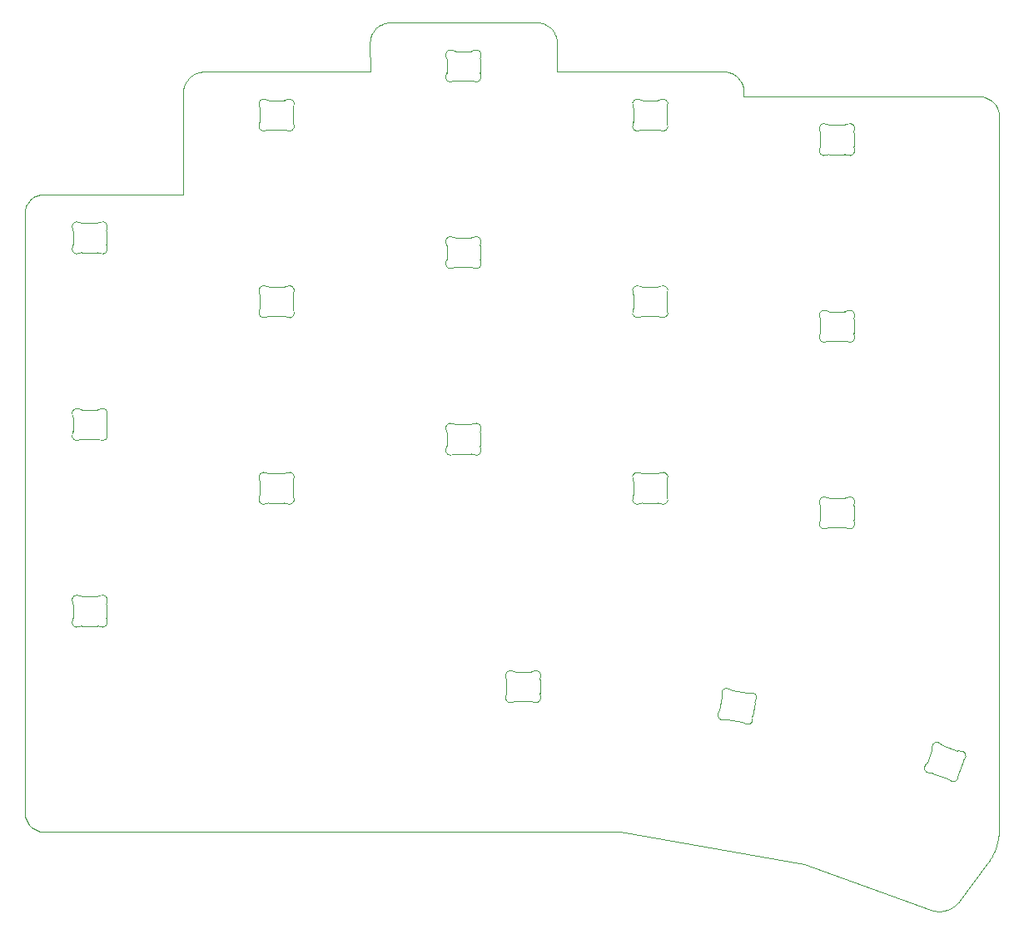
<source format=gbr>
%TF.GenerationSoftware,KiCad,Pcbnew,7.0.9*%
%TF.CreationDate,2023-12-02T05:10:56-05:00*%
%TF.ProjectId,bgkeeb,62676b65-6562-42e6-9b69-6361645f7063,rev?*%
%TF.SameCoordinates,Original*%
%TF.FileFunction,Profile,NP*%
%FSLAX46Y46*%
G04 Gerber Fmt 4.6, Leading zero omitted, Abs format (unit mm)*
G04 Created by KiCad (PCBNEW 7.0.9) date 2023-12-02 05:10:56*
%MOMM*%
%LPD*%
G01*
G04 APERTURE LIST*
%ADD10C,0.100000*%
%TA.AperFunction,Profile*%
%ADD11C,0.100000*%
%TD*%
G04 APERTURE END LIST*
D10*
X89501525Y-33087585D02*
X89503022Y-32986252D01*
X89509535Y-32885564D01*
X89520993Y-32785693D01*
X89537328Y-32686808D01*
X89570824Y-32540702D01*
X89614904Y-32397772D01*
X89669337Y-32258591D01*
X89733889Y-32123735D01*
X89808328Y-31993778D01*
X89863332Y-31910145D01*
X89922557Y-31829114D01*
X89985934Y-31750856D01*
X90053396Y-31675540D01*
X90088637Y-31639040D01*
X90088637Y-31639040D02*
X90161707Y-31568816D01*
X90237846Y-31502610D01*
X90316884Y-31440494D01*
X90398652Y-31382537D01*
X90526053Y-31303556D01*
X90658643Y-31234331D01*
X90795851Y-31175102D01*
X90937105Y-31126107D01*
X91081832Y-31087585D01*
X91179965Y-31067839D01*
X91279218Y-31052924D01*
X91379421Y-31042911D01*
X91480407Y-31037871D01*
X91531140Y-31037238D01*
D11*
X72627520Y-36035956D02*
X89531489Y-36035956D01*
X108479887Y-36035956D02*
X125494255Y-36035956D01*
D10*
X126919713Y-36634469D02*
X126988119Y-36707800D01*
X127083121Y-36823355D01*
X127168789Y-36945065D01*
X127244893Y-37072355D01*
X127311206Y-37204649D01*
X127367497Y-37341369D01*
X127413539Y-37481940D01*
X127449101Y-37625786D01*
X127473955Y-37772329D01*
X127487872Y-37920994D01*
X127490961Y-38020997D01*
X127490624Y-38071204D01*
X71112978Y-36665012D02*
X71189848Y-36591585D01*
X71269914Y-36522364D01*
X71352999Y-36457423D01*
X71438926Y-36396835D01*
X71527518Y-36340672D01*
X71618601Y-36289009D01*
X71711996Y-36241918D01*
X71807527Y-36199473D01*
X71905019Y-36161747D01*
X72004294Y-36128813D01*
X72105176Y-36100745D01*
X72207489Y-36077616D01*
X72311057Y-36059499D01*
X72415702Y-36046468D01*
X72521248Y-36038596D01*
X72627520Y-36035956D01*
X151440388Y-38537856D02*
X151545118Y-38540504D01*
X151648473Y-38548362D01*
X151750326Y-38561304D01*
X151850548Y-38579201D01*
X151949013Y-38601926D01*
X152045590Y-38629349D01*
X152232576Y-38697783D01*
X152410483Y-38783481D01*
X152578288Y-38885419D01*
X152734967Y-39002574D01*
X152879499Y-39133924D01*
X153010859Y-39278446D01*
X153128026Y-39435117D01*
X153229976Y-39602914D01*
X153315687Y-39780815D01*
X153384134Y-39967796D01*
X153411565Y-40064371D01*
X153434296Y-40162834D01*
X153452200Y-40263055D01*
X153465150Y-40364907D01*
X153473016Y-40468262D01*
X153475672Y-40572992D01*
X70489772Y-38181971D02*
X70492002Y-38075690D01*
X70499467Y-37970114D01*
X70512094Y-37865419D01*
X70529811Y-37761783D01*
X70552545Y-37659381D01*
X70580223Y-37558391D01*
X70612774Y-37458990D01*
X70650123Y-37361353D01*
X70692199Y-37265658D01*
X70738929Y-37172082D01*
X70790241Y-37080801D01*
X70846061Y-36991993D01*
X70906317Y-36905832D01*
X70970937Y-36822498D01*
X71039848Y-36742165D01*
X71112978Y-36665012D01*
X153480920Y-113059601D02*
X153479727Y-113179142D01*
X153476139Y-113298452D01*
X153470168Y-113417496D01*
X153461824Y-113536241D01*
X153451118Y-113654653D01*
X153438061Y-113772699D01*
X153422665Y-113890345D01*
X153404941Y-114007557D01*
X153384899Y-114124302D01*
X153362552Y-114240546D01*
X153337909Y-114356255D01*
X153310983Y-114471396D01*
X153281784Y-114585935D01*
X153250323Y-114699839D01*
X153216611Y-114813074D01*
X153180660Y-114925606D01*
X153142481Y-115037401D01*
X153102085Y-115148427D01*
X153059482Y-115258649D01*
X153014685Y-115368034D01*
X152967704Y-115476548D01*
X152918550Y-115584157D01*
X152867234Y-115690828D01*
X152813768Y-115796528D01*
X152758162Y-115901222D01*
X152700428Y-116004877D01*
X152640577Y-116107459D01*
X152578620Y-116208935D01*
X152514568Y-116309272D01*
X152448432Y-116408434D01*
X152380224Y-116506390D01*
X152309954Y-116603105D01*
D11*
X153475672Y-40572992D02*
X153480920Y-113059601D01*
X133697002Y-116711436D02*
X114936562Y-113401816D01*
X114936562Y-113401816D02*
X56293969Y-113401816D01*
X89531489Y-36035956D02*
X89501525Y-33087585D01*
X152309954Y-116603105D02*
X149438604Y-120472650D01*
X127490624Y-38071204D02*
X127481622Y-38537856D01*
X56283855Y-48522176D02*
X70529749Y-48537838D01*
X127481622Y-38537856D02*
X151440388Y-38537856D01*
D10*
X149438604Y-120472650D02*
X149374487Y-120555461D01*
X149307490Y-120635046D01*
X149237730Y-120711370D01*
X149165324Y-120784397D01*
X149090387Y-120854092D01*
X149013036Y-120920420D01*
X148933388Y-120983345D01*
X148851559Y-121042834D01*
X148767666Y-121098850D01*
X148681825Y-121151358D01*
X148594154Y-121200323D01*
X148504767Y-121245711D01*
X148413782Y-121287485D01*
X148321316Y-121325612D01*
X148132404Y-121390779D01*
X147938963Y-121440932D01*
X147840836Y-121460291D01*
X147741927Y-121475790D01*
X147642351Y-121487395D01*
X147542226Y-121495071D01*
X147441667Y-121498782D01*
X147340793Y-121498494D01*
X147239718Y-121494171D01*
X147138560Y-121485778D01*
X147037434Y-121473280D01*
X146936459Y-121456642D01*
X146835749Y-121435828D01*
X146735422Y-121410804D01*
X146635594Y-121381535D01*
X146536382Y-121347985D01*
X107922527Y-31639249D02*
X107992028Y-31713054D01*
X108057479Y-31789889D01*
X108118810Y-31869582D01*
X108175953Y-31951964D01*
X108228838Y-32036864D01*
X108300032Y-32168563D01*
X108361258Y-32304972D01*
X108412284Y-32445515D01*
X108452876Y-32589618D01*
X108474027Y-32687380D01*
X108490368Y-32786300D01*
X108501830Y-32886205D01*
X108508345Y-32986927D01*
X108509844Y-33088296D01*
D11*
X146536382Y-121347985D02*
X133697002Y-116711436D01*
D10*
X106479523Y-31037238D02*
X106580870Y-31039766D01*
X106681521Y-31047304D01*
X106781305Y-31059781D01*
X106880053Y-31077126D01*
X106977596Y-31099269D01*
X107121279Y-31141323D01*
X107261296Y-31193774D01*
X107397075Y-31256383D01*
X107528044Y-31328912D01*
X107612403Y-31382657D01*
X107694200Y-31440634D01*
X107773265Y-31502772D01*
X107849431Y-31569000D01*
X107922527Y-31639249D01*
X56293969Y-113401816D02*
X56100677Y-113392072D01*
X55912949Y-113363473D01*
X55731733Y-113316964D01*
X55557977Y-113253491D01*
X55392629Y-113173999D01*
X55236637Y-113079435D01*
X55090951Y-112970745D01*
X54956519Y-112848874D01*
X54834289Y-112714768D01*
X54725209Y-112569373D01*
X54630228Y-112413635D01*
X54550294Y-112248500D01*
X54486356Y-112074914D01*
X54439362Y-111893823D01*
X54410260Y-111706172D01*
X54400000Y-111512908D01*
D11*
X54400000Y-111512908D02*
X54400000Y-50408904D01*
D10*
X54400000Y-50408904D02*
X54404842Y-50268810D01*
X54419977Y-50130299D01*
X54445190Y-49993895D01*
X54480263Y-49860124D01*
X54524981Y-49729510D01*
X54579127Y-49602577D01*
X54642485Y-49479851D01*
X54714838Y-49361856D01*
X54795971Y-49249117D01*
X54885667Y-49142159D01*
X54950115Y-49074324D01*
X54950115Y-49074324D02*
X55052783Y-48978883D01*
X55161594Y-48891851D01*
X55276024Y-48813446D01*
X55395548Y-48743885D01*
X55519643Y-48683385D01*
X55647783Y-48632162D01*
X55779444Y-48590434D01*
X55914103Y-48558419D01*
X56051233Y-48536332D01*
X56190312Y-48524392D01*
X56283855Y-48522176D01*
X125494255Y-36035956D02*
X125594508Y-36038471D01*
X125743527Y-36051568D01*
X125890404Y-36075639D01*
X126034569Y-36110444D01*
X126175448Y-36155743D01*
X126312470Y-36211296D01*
X126445063Y-36276863D01*
X126572656Y-36352204D01*
X126694676Y-36437079D01*
X126810552Y-36531247D01*
X126884107Y-36599070D01*
X126919713Y-36634469D01*
D11*
X108509844Y-33088296D02*
X108479887Y-36035956D01*
X91531140Y-31037238D02*
X106479523Y-31037238D01*
X70529749Y-48537838D02*
X70489772Y-38181971D01*
%TO.C,D47*%
X81697587Y-39743647D02*
X81697587Y-41149331D01*
X80792040Y-41946488D02*
X79203135Y-41946488D01*
X79203136Y-38946489D02*
X80792040Y-38946489D01*
X78297589Y-41149331D02*
X78297589Y-39743647D01*
X81697588Y-41149331D02*
G75*
G03*
X81747073Y-41366209I499989J-2D01*
G01*
X81044299Y-42014787D02*
G75*
G03*
X81747071Y-41366209I252258J431700D01*
G01*
X81747072Y-39526769D02*
G75*
G03*
X81697587Y-39743646I450505J-216876D01*
G01*
X81747071Y-39526768D02*
G75*
G03*
X81044299Y-38878193I-450514J216876D01*
G01*
X80792040Y-38946489D02*
G75*
G03*
X81044298Y-38878190I-3J500009D01*
G01*
X81044299Y-42014788D02*
G75*
G03*
X80792041Y-41946489I-252261J-431710D01*
G01*
X78950877Y-38878190D02*
G75*
G03*
X79203136Y-38946489I252261J431712D01*
G01*
X79203135Y-41946489D02*
G75*
G03*
X78950878Y-42014788I3J-500009D01*
G01*
X78248105Y-41366210D02*
G75*
G03*
X78950877Y-42014786I450513J-216878D01*
G01*
X78248106Y-41366210D02*
G75*
G03*
X78297589Y-41149332I-450458J216862D01*
G01*
X78950877Y-38878190D02*
G75*
G03*
X78248105Y-39526770I-252259J-431700D01*
G01*
X78297579Y-39743647D02*
G75*
G03*
X78248104Y-39526769I-499391J159D01*
G01*
%TO.C,D48*%
X100697586Y-34743647D02*
X100697586Y-36149331D01*
X99792039Y-36946488D02*
X98203134Y-36946488D01*
X98203135Y-33946489D02*
X99792039Y-33946489D01*
X97297588Y-36149331D02*
X97297588Y-34743647D01*
X100697587Y-36149331D02*
G75*
G03*
X100747072Y-36366209I499989J-2D01*
G01*
X100044298Y-37014787D02*
G75*
G03*
X100747070Y-36366209I252258J431700D01*
G01*
X100747071Y-34526769D02*
G75*
G03*
X100697586Y-34743646I450505J-216876D01*
G01*
X100747070Y-34526768D02*
G75*
G03*
X100044298Y-33878193I-450514J216876D01*
G01*
X99792039Y-33946489D02*
G75*
G03*
X100044297Y-33878190I-3J500009D01*
G01*
X100044298Y-37014788D02*
G75*
G03*
X99792040Y-36946489I-252261J-431710D01*
G01*
X97950876Y-33878190D02*
G75*
G03*
X98203135Y-33946489I252261J431712D01*
G01*
X98203134Y-36946489D02*
G75*
G03*
X97950877Y-37014788I3J-500009D01*
G01*
X97248104Y-36366210D02*
G75*
G03*
X97950876Y-37014786I450513J-216878D01*
G01*
X97248105Y-36366210D02*
G75*
G03*
X97297588Y-36149332I-450458J216862D01*
G01*
X97950876Y-33878190D02*
G75*
G03*
X97248104Y-34526770I-252259J-431700D01*
G01*
X97297578Y-34743647D02*
G75*
G03*
X97248103Y-34526769I-499391J159D01*
G01*
%TO.C,D54*%
X138697584Y-42243648D02*
X138697584Y-43649332D01*
X137792037Y-44446489D02*
X136203132Y-44446489D01*
X136203133Y-41446490D02*
X137792037Y-41446490D01*
X135297586Y-43649332D02*
X135297586Y-42243648D01*
X138697585Y-43649332D02*
G75*
G03*
X138747070Y-43866210I499989J-2D01*
G01*
X138044296Y-44514788D02*
G75*
G03*
X138747068Y-43866210I252258J431700D01*
G01*
X138747069Y-42026770D02*
G75*
G03*
X138697584Y-42243647I450505J-216876D01*
G01*
X138747068Y-42026769D02*
G75*
G03*
X138044296Y-41378194I-450514J216876D01*
G01*
X137792037Y-41446490D02*
G75*
G03*
X138044295Y-41378191I-3J500009D01*
G01*
X138044296Y-44514789D02*
G75*
G03*
X137792038Y-44446490I-252261J-431710D01*
G01*
X135950874Y-41378191D02*
G75*
G03*
X136203133Y-41446490I252261J431712D01*
G01*
X136203132Y-44446490D02*
G75*
G03*
X135950875Y-44514789I3J-500009D01*
G01*
X135248102Y-43866211D02*
G75*
G03*
X135950874Y-44514787I450513J-216878D01*
G01*
X135248103Y-43866211D02*
G75*
G03*
X135297586Y-43649333I-450458J216862D01*
G01*
X135950874Y-41378191D02*
G75*
G03*
X135248102Y-42026771I-252259J-431700D01*
G01*
X135297576Y-42243648D02*
G75*
G03*
X135248101Y-42026770I-499391J159D01*
G01*
%TO.C,D55*%
X138697584Y-61243647D02*
X138697584Y-62649331D01*
X137792037Y-63446488D02*
X136203132Y-63446488D01*
X136203133Y-60446489D02*
X137792037Y-60446489D01*
X135297586Y-62649331D02*
X135297586Y-61243647D01*
X138697585Y-62649331D02*
G75*
G03*
X138747070Y-62866209I499989J-2D01*
G01*
X138044296Y-63514787D02*
G75*
G03*
X138747068Y-62866209I252258J431700D01*
G01*
X138747069Y-61026769D02*
G75*
G03*
X138697584Y-61243646I450505J-216876D01*
G01*
X138747068Y-61026768D02*
G75*
G03*
X138044296Y-60378193I-450514J216876D01*
G01*
X137792037Y-60446489D02*
G75*
G03*
X138044295Y-60378190I-3J500009D01*
G01*
X138044296Y-63514788D02*
G75*
G03*
X137792038Y-63446489I-252261J-431710D01*
G01*
X135950874Y-60378190D02*
G75*
G03*
X136203133Y-60446489I252261J431712D01*
G01*
X136203132Y-63446489D02*
G75*
G03*
X135950875Y-63514788I3J-500009D01*
G01*
X135248102Y-62866210D02*
G75*
G03*
X135950874Y-63514786I450513J-216878D01*
G01*
X135248103Y-62866210D02*
G75*
G03*
X135297586Y-62649332I-450458J216862D01*
G01*
X135950874Y-60378190D02*
G75*
G03*
X135248102Y-61026770I-252259J-431700D01*
G01*
X135297576Y-61243647D02*
G75*
G03*
X135248101Y-61026769I-499391J159D01*
G01*
%TO.C,D42*%
X62697588Y-71243645D02*
X62697588Y-72649329D01*
X61792041Y-73446486D02*
X60203136Y-73446486D01*
X60203137Y-70446487D02*
X61792041Y-70446487D01*
X59297590Y-72649329D02*
X59297590Y-71243645D01*
X62697589Y-72649329D02*
G75*
G03*
X62747074Y-72866207I499989J-2D01*
G01*
X62044300Y-73514785D02*
G75*
G03*
X62747072Y-72866207I252258J431700D01*
G01*
X62747073Y-71026767D02*
G75*
G03*
X62697588Y-71243644I450505J-216876D01*
G01*
X62747072Y-71026766D02*
G75*
G03*
X62044300Y-70378191I-450514J216876D01*
G01*
X61792041Y-70446487D02*
G75*
G03*
X62044299Y-70378188I-3J500009D01*
G01*
X62044300Y-73514786D02*
G75*
G03*
X61792042Y-73446487I-252261J-431710D01*
G01*
X59950878Y-70378188D02*
G75*
G03*
X60203137Y-70446487I252261J431712D01*
G01*
X60203136Y-73446487D02*
G75*
G03*
X59950879Y-73514786I3J-500009D01*
G01*
X59248106Y-72866208D02*
G75*
G03*
X59950878Y-73514784I450513J-216878D01*
G01*
X59248107Y-72866208D02*
G75*
G03*
X59297590Y-72649330I-450458J216862D01*
G01*
X59950878Y-70378188D02*
G75*
G03*
X59248106Y-71026768I-252259J-431700D01*
G01*
X59297580Y-71243645D02*
G75*
G03*
X59248105Y-71026767I-499391J159D01*
G01*
%TO.C,D46*%
X81697587Y-58743646D02*
X81697587Y-60149330D01*
X80792040Y-60946487D02*
X79203135Y-60946487D01*
X79203136Y-57946488D02*
X80792040Y-57946488D01*
X78297589Y-60149330D02*
X78297589Y-58743646D01*
X81697588Y-60149330D02*
G75*
G03*
X81747073Y-60366208I499989J-2D01*
G01*
X81044299Y-61014786D02*
G75*
G03*
X81747071Y-60366208I252258J431700D01*
G01*
X81747072Y-58526768D02*
G75*
G03*
X81697587Y-58743645I450505J-216876D01*
G01*
X81747071Y-58526767D02*
G75*
G03*
X81044299Y-57878192I-450514J216876D01*
G01*
X80792040Y-57946488D02*
G75*
G03*
X81044298Y-57878189I-3J500009D01*
G01*
X81044299Y-61014787D02*
G75*
G03*
X80792041Y-60946488I-252261J-431710D01*
G01*
X78950877Y-57878189D02*
G75*
G03*
X79203136Y-57946488I252261J431712D01*
G01*
X79203135Y-60946488D02*
G75*
G03*
X78950878Y-61014787I3J-500009D01*
G01*
X78248105Y-60366209D02*
G75*
G03*
X78950877Y-61014785I450513J-216878D01*
G01*
X78248106Y-60366209D02*
G75*
G03*
X78297589Y-60149331I-450458J216862D01*
G01*
X78950877Y-57878189D02*
G75*
G03*
X78248105Y-58526769I-252259J-431700D01*
G01*
X78297579Y-58743646D02*
G75*
G03*
X78248104Y-58526768I-499391J159D01*
G01*
%TO.C,D49*%
X100697586Y-53743646D02*
X100697586Y-55149330D01*
X99792039Y-55946487D02*
X98203134Y-55946487D01*
X98203135Y-52946488D02*
X99792039Y-52946488D01*
X97297588Y-55149330D02*
X97297588Y-53743646D01*
X100697587Y-55149330D02*
G75*
G03*
X100747072Y-55366208I499989J-2D01*
G01*
X100044298Y-56014786D02*
G75*
G03*
X100747070Y-55366208I252258J431700D01*
G01*
X100747071Y-53526768D02*
G75*
G03*
X100697586Y-53743645I450505J-216876D01*
G01*
X100747070Y-53526767D02*
G75*
G03*
X100044298Y-52878192I-450514J216876D01*
G01*
X99792039Y-52946488D02*
G75*
G03*
X100044297Y-52878189I-3J500009D01*
G01*
X100044298Y-56014787D02*
G75*
G03*
X99792040Y-55946488I-252261J-431710D01*
G01*
X97950876Y-52878189D02*
G75*
G03*
X98203135Y-52946488I252261J431712D01*
G01*
X98203134Y-55946488D02*
G75*
G03*
X97950877Y-56014787I3J-500009D01*
G01*
X97248104Y-55366209D02*
G75*
G03*
X97950876Y-56014785I450513J-216878D01*
G01*
X97248105Y-55366209D02*
G75*
G03*
X97297588Y-55149331I-450458J216862D01*
G01*
X97950876Y-52878189D02*
G75*
G03*
X97248104Y-53526769I-252259J-431700D01*
G01*
X97297578Y-53743646D02*
G75*
G03*
X97248103Y-53526768I-499391J159D01*
G01*
%TO.C,D53*%
X119697585Y-39743647D02*
X119697585Y-41149331D01*
X118792038Y-41946488D02*
X117203133Y-41946488D01*
X117203134Y-38946489D02*
X118792038Y-38946489D01*
X116297587Y-41149331D02*
X116297587Y-39743647D01*
X119697586Y-41149331D02*
G75*
G03*
X119747071Y-41366209I499989J-2D01*
G01*
X119044297Y-42014787D02*
G75*
G03*
X119747069Y-41366209I252258J431700D01*
G01*
X119747070Y-39526769D02*
G75*
G03*
X119697585Y-39743646I450505J-216876D01*
G01*
X119747069Y-39526768D02*
G75*
G03*
X119044297Y-38878193I-450514J216876D01*
G01*
X118792038Y-38946489D02*
G75*
G03*
X119044296Y-38878190I-3J500009D01*
G01*
X119044297Y-42014788D02*
G75*
G03*
X118792039Y-41946489I-252261J-431710D01*
G01*
X116950875Y-38878190D02*
G75*
G03*
X117203134Y-38946489I252261J431712D01*
G01*
X117203133Y-41946489D02*
G75*
G03*
X116950876Y-42014788I3J-500009D01*
G01*
X116248103Y-41366210D02*
G75*
G03*
X116950875Y-42014786I450513J-216878D01*
G01*
X116248104Y-41366210D02*
G75*
G03*
X116297587Y-41149332I-450458J216862D01*
G01*
X116950875Y-38878190D02*
G75*
G03*
X116248103Y-39526770I-252259J-431700D01*
G01*
X116297577Y-39743647D02*
G75*
G03*
X116248102Y-39526769I-499391J159D01*
G01*
%TO.C,D56*%
X138697584Y-80243646D02*
X138697584Y-81649330D01*
X137792037Y-82446487D02*
X136203132Y-82446487D01*
X136203133Y-79446488D02*
X137792037Y-79446488D01*
X135297586Y-81649330D02*
X135297586Y-80243646D01*
X138697585Y-81649330D02*
G75*
G03*
X138747070Y-81866208I499989J-2D01*
G01*
X138044296Y-82514786D02*
G75*
G03*
X138747068Y-81866208I252258J431700D01*
G01*
X138747069Y-80026768D02*
G75*
G03*
X138697584Y-80243645I450505J-216876D01*
G01*
X138747068Y-80026767D02*
G75*
G03*
X138044296Y-79378192I-450514J216876D01*
G01*
X137792037Y-79446488D02*
G75*
G03*
X138044295Y-79378189I-3J500009D01*
G01*
X138044296Y-82514787D02*
G75*
G03*
X137792038Y-82446488I-252261J-431710D01*
G01*
X135950874Y-79378189D02*
G75*
G03*
X136203133Y-79446488I252261J431712D01*
G01*
X136203132Y-82446488D02*
G75*
G03*
X135950875Y-82514787I3J-500009D01*
G01*
X135248102Y-81866209D02*
G75*
G03*
X135950874Y-82514785I450513J-216878D01*
G01*
X135248103Y-81866209D02*
G75*
G03*
X135297586Y-81649331I-450458J216862D01*
G01*
X135950874Y-79378189D02*
G75*
G03*
X135248102Y-80026769I-252259J-431700D01*
G01*
X135297576Y-80243646D02*
G75*
G03*
X135248101Y-80026768I-499391J159D01*
G01*
%TO.C,D43*%
X62697587Y-90243644D02*
X62697587Y-91649328D01*
X61792040Y-92446485D02*
X60203135Y-92446485D01*
X60203136Y-89446486D02*
X61792040Y-89446486D01*
X59297589Y-91649328D02*
X59297589Y-90243644D01*
X62697588Y-91649328D02*
G75*
G03*
X62747073Y-91866206I499989J-2D01*
G01*
X62044299Y-92514784D02*
G75*
G03*
X62747071Y-91866206I252258J431700D01*
G01*
X62747072Y-90026766D02*
G75*
G03*
X62697587Y-90243643I450505J-216876D01*
G01*
X62747071Y-90026765D02*
G75*
G03*
X62044299Y-89378190I-450514J216876D01*
G01*
X61792040Y-89446486D02*
G75*
G03*
X62044298Y-89378187I-3J500009D01*
G01*
X62044299Y-92514785D02*
G75*
G03*
X61792041Y-92446486I-252261J-431710D01*
G01*
X59950877Y-89378187D02*
G75*
G03*
X60203136Y-89446486I252261J431712D01*
G01*
X60203135Y-92446486D02*
G75*
G03*
X59950878Y-92514785I3J-500009D01*
G01*
X59248105Y-91866207D02*
G75*
G03*
X59950877Y-92514783I450513J-216878D01*
G01*
X59248106Y-91866207D02*
G75*
G03*
X59297589Y-91649329I-450458J216862D01*
G01*
X59950877Y-89378187D02*
G75*
G03*
X59248105Y-90026767I-252259J-431700D01*
G01*
X59297579Y-90243644D02*
G75*
G03*
X59248104Y-90026766I-499391J159D01*
G01*
%TO.C,D50*%
X100697585Y-72743646D02*
X100697585Y-74149330D01*
X99792038Y-74946487D02*
X98203133Y-74946487D01*
X98203134Y-71946488D02*
X99792038Y-71946488D01*
X97297587Y-74149330D02*
X97297587Y-72743646D01*
X100697586Y-74149330D02*
G75*
G03*
X100747071Y-74366208I499989J-2D01*
G01*
X100044297Y-75014786D02*
G75*
G03*
X100747069Y-74366208I252258J431700D01*
G01*
X100747070Y-72526768D02*
G75*
G03*
X100697585Y-72743645I450505J-216876D01*
G01*
X100747069Y-72526767D02*
G75*
G03*
X100044297Y-71878192I-450514J216876D01*
G01*
X99792038Y-71946488D02*
G75*
G03*
X100044296Y-71878189I-3J500009D01*
G01*
X100044297Y-75014787D02*
G75*
G03*
X99792039Y-74946488I-252261J-431710D01*
G01*
X97950875Y-71878189D02*
G75*
G03*
X98203134Y-71946488I252261J431712D01*
G01*
X98203133Y-74946488D02*
G75*
G03*
X97950876Y-75014787I3J-500009D01*
G01*
X97248103Y-74366209D02*
G75*
G03*
X97950875Y-75014785I450513J-216878D01*
G01*
X97248104Y-74366209D02*
G75*
G03*
X97297587Y-74149331I-450458J216862D01*
G01*
X97950875Y-71878189D02*
G75*
G03*
X97248103Y-72526769I-252259J-431700D01*
G01*
X97297577Y-72743646D02*
G75*
G03*
X97248102Y-72526768I-499391J159D01*
G01*
%TO.C,D57*%
X106778592Y-97931563D02*
X106778592Y-99337247D01*
X105873045Y-100134404D02*
X104284140Y-100134404D01*
X104284141Y-97134405D02*
X105873045Y-97134405D01*
X103378594Y-99337247D02*
X103378594Y-97931563D01*
X106778593Y-99337247D02*
G75*
G03*
X106828078Y-99554125I499989J-2D01*
G01*
X106125304Y-100202703D02*
G75*
G03*
X106828076Y-99554125I252258J431700D01*
G01*
X106828077Y-97714685D02*
G75*
G03*
X106778592Y-97931562I450505J-216876D01*
G01*
X106828076Y-97714684D02*
G75*
G03*
X106125304Y-97066109I-450514J216876D01*
G01*
X105873045Y-97134405D02*
G75*
G03*
X106125303Y-97066106I-3J500009D01*
G01*
X106125304Y-100202704D02*
G75*
G03*
X105873046Y-100134405I-252261J-431710D01*
G01*
X104031882Y-97066106D02*
G75*
G03*
X104284141Y-97134405I252261J431712D01*
G01*
X104284140Y-100134405D02*
G75*
G03*
X104031883Y-100202704I3J-500009D01*
G01*
X103329110Y-99554126D02*
G75*
G03*
X104031882Y-100202702I450513J-216878D01*
G01*
X103329111Y-99554126D02*
G75*
G03*
X103378594Y-99337248I-450458J216862D01*
G01*
X104031882Y-97066106D02*
G75*
G03*
X103329110Y-97714686I-252259J-431700D01*
G01*
X103378584Y-97931563D02*
G75*
G03*
X103329109Y-97714685I-499391J159D01*
G01*
%TO.C,D59*%
X128642026Y-100240971D02*
X128397932Y-101625300D01*
X127367717Y-102253099D02*
X125802951Y-101977189D01*
X126323896Y-99022767D02*
X127888661Y-99298677D01*
X125049587Y-101034896D02*
X125293682Y-99650568D01*
X128397931Y-101625300D02*
G75*
G03*
X128409004Y-101847476I492394J-86824D01*
G01*
X127604283Y-102364165D02*
G75*
G03*
X128409003Y-101847476I323390J381337D01*
G01*
X128728420Y-100035981D02*
G75*
G03*
X128642026Y-100240970I405992J-291807D01*
G01*
X128728419Y-100035981D02*
G75*
G03*
X128148948Y-99275222I-406010J291813D01*
G01*
X127888661Y-99298677D02*
G75*
G03*
X128148947Y-99275220I86823J492413D01*
G01*
X127604282Y-102364167D02*
G75*
G03*
X127367718Y-102253102I-323393J-381346D01*
G01*
X126087330Y-98911701D02*
G75*
G03*
X126323896Y-99022766I323394J381349D01*
G01*
X125802951Y-101977189D02*
G75*
G03*
X125542665Y-102000646I-86823J-492414D01*
G01*
X124963194Y-101239887D02*
G75*
G03*
X125542665Y-102000645I406008J-291814D01*
G01*
X124963195Y-101239887D02*
G75*
G03*
X125049587Y-101034897I-405957J291788D01*
G01*
X126087330Y-98911702D02*
G75*
G03*
X125282610Y-99428392I-323390J-381337D01*
G01*
X125293671Y-99650566D02*
G75*
G03*
X125282609Y-99428392I-491776J86875D01*
G01*
%TO.C,D41*%
X62697588Y-52243646D02*
X62697588Y-53649330D01*
X61792041Y-54446487D02*
X60203136Y-54446487D01*
X60203137Y-51446488D02*
X61792041Y-51446488D01*
X59297590Y-53649330D02*
X59297590Y-52243646D01*
X62697589Y-53649330D02*
G75*
G03*
X62747074Y-53866208I499989J-2D01*
G01*
X62044300Y-54514786D02*
G75*
G03*
X62747072Y-53866208I252258J431700D01*
G01*
X62747073Y-52026768D02*
G75*
G03*
X62697588Y-52243645I450505J-216876D01*
G01*
X62747072Y-52026767D02*
G75*
G03*
X62044300Y-51378192I-450514J216876D01*
G01*
X61792041Y-51446488D02*
G75*
G03*
X62044299Y-51378189I-3J500009D01*
G01*
X62044300Y-54514787D02*
G75*
G03*
X61792042Y-54446488I-252261J-431710D01*
G01*
X59950878Y-51378189D02*
G75*
G03*
X60203137Y-51446488I252261J431712D01*
G01*
X60203136Y-54446488D02*
G75*
G03*
X59950879Y-54514787I3J-500009D01*
G01*
X59248106Y-53866209D02*
G75*
G03*
X59950878Y-54514785I450513J-216878D01*
G01*
X59248107Y-53866209D02*
G75*
G03*
X59297590Y-53649331I-450458J216862D01*
G01*
X59950878Y-51378189D02*
G75*
G03*
X59248106Y-52026769I-252259J-431700D01*
G01*
X59297580Y-52243646D02*
G75*
G03*
X59248105Y-52026768I-499391J159D01*
G01*
%TO.C,D45*%
X81697586Y-77743645D02*
X81697586Y-79149329D01*
X80792039Y-79946486D02*
X79203134Y-79946486D01*
X79203135Y-76946487D02*
X80792039Y-76946487D01*
X78297588Y-79149329D02*
X78297588Y-77743645D01*
X81697587Y-79149329D02*
G75*
G03*
X81747072Y-79366207I499989J-2D01*
G01*
X81044298Y-80014785D02*
G75*
G03*
X81747070Y-79366207I252258J431700D01*
G01*
X81747071Y-77526767D02*
G75*
G03*
X81697586Y-77743644I450505J-216876D01*
G01*
X81747070Y-77526766D02*
G75*
G03*
X81044298Y-76878191I-450514J216876D01*
G01*
X80792039Y-76946487D02*
G75*
G03*
X81044297Y-76878188I-3J500009D01*
G01*
X81044298Y-80014786D02*
G75*
G03*
X80792040Y-79946487I-252261J-431710D01*
G01*
X78950876Y-76878188D02*
G75*
G03*
X79203135Y-76946487I252261J431712D01*
G01*
X79203134Y-79946487D02*
G75*
G03*
X78950877Y-80014786I3J-500009D01*
G01*
X78248104Y-79366208D02*
G75*
G03*
X78950876Y-80014784I450513J-216878D01*
G01*
X78248105Y-79366208D02*
G75*
G03*
X78297588Y-79149330I-450458J216862D01*
G01*
X78950876Y-76878188D02*
G75*
G03*
X78248104Y-77526768I-252259J-431700D01*
G01*
X78297578Y-77743645D02*
G75*
G03*
X78248103Y-77526767I-499391J159D01*
G01*
%TO.C,D51*%
X119697585Y-77743646D02*
X119697585Y-79149330D01*
X118792038Y-79946487D02*
X117203133Y-79946487D01*
X117203134Y-76946488D02*
X118792038Y-76946488D01*
X116297587Y-79149330D02*
X116297587Y-77743646D01*
X119697586Y-79149330D02*
G75*
G03*
X119747071Y-79366208I499989J-2D01*
G01*
X119044297Y-80014786D02*
G75*
G03*
X119747069Y-79366208I252258J431700D01*
G01*
X119747070Y-77526768D02*
G75*
G03*
X119697585Y-77743645I450505J-216876D01*
G01*
X119747069Y-77526767D02*
G75*
G03*
X119044297Y-76878192I-450514J216876D01*
G01*
X118792038Y-76946488D02*
G75*
G03*
X119044296Y-76878189I-3J500009D01*
G01*
X119044297Y-80014787D02*
G75*
G03*
X118792039Y-79946488I-252261J-431710D01*
G01*
X116950875Y-76878189D02*
G75*
G03*
X117203134Y-76946488I252261J431712D01*
G01*
X117203133Y-79946488D02*
G75*
G03*
X116950876Y-80014787I3J-500009D01*
G01*
X116248103Y-79366209D02*
G75*
G03*
X116950875Y-80014785I450513J-216878D01*
G01*
X116248104Y-79366209D02*
G75*
G03*
X116297587Y-79149331I-450458J216862D01*
G01*
X116950875Y-76878189D02*
G75*
G03*
X116248103Y-77526769I-252259J-431700D01*
G01*
X116297577Y-77743646D02*
G75*
G03*
X116248102Y-77526768I-499391J159D01*
G01*
%TO.C,D52*%
X119697585Y-58743646D02*
X119697585Y-60149330D01*
X118792038Y-60946487D02*
X117203133Y-60946487D01*
X117203134Y-57946488D02*
X118792038Y-57946488D01*
X116297587Y-60149330D02*
X116297587Y-58743646D01*
X119697586Y-60149330D02*
G75*
G03*
X119747071Y-60366208I499989J-2D01*
G01*
X119044297Y-61014786D02*
G75*
G03*
X119747069Y-60366208I252258J431700D01*
G01*
X119747070Y-58526768D02*
G75*
G03*
X119697585Y-58743645I450505J-216876D01*
G01*
X119747069Y-58526767D02*
G75*
G03*
X119044297Y-57878192I-450514J216876D01*
G01*
X118792038Y-57946488D02*
G75*
G03*
X119044296Y-57878189I-3J500009D01*
G01*
X119044297Y-61014787D02*
G75*
G03*
X118792039Y-60946488I-252261J-431710D01*
G01*
X116950875Y-57878189D02*
G75*
G03*
X117203134Y-57946488I252261J431712D01*
G01*
X117203133Y-60946488D02*
G75*
G03*
X116950876Y-61014787I3J-500009D01*
G01*
X116248103Y-60366209D02*
G75*
G03*
X116950875Y-61014785I450513J-216878D01*
G01*
X116248104Y-60366209D02*
G75*
G03*
X116297587Y-60149331I-450458J216862D01*
G01*
X116950875Y-57878189D02*
G75*
G03*
X116248103Y-58526769I-252259J-431700D01*
G01*
X116297577Y-58743646D02*
G75*
G03*
X116248102Y-58526768I-499391J159D01*
G01*
%TO.C,D60*%
X149823440Y-106223297D02*
X149342667Y-107544208D01*
X148219088Y-107983575D02*
X146726005Y-107440137D01*
X147752067Y-104621061D02*
X149245148Y-105164498D01*
X146147714Y-106381340D02*
X146628487Y-105060429D01*
X149342668Y-107544208D02*
G75*
G03*
X149314992Y-107764931I469836J-171008D01*
G01*
X148432774Y-108134034D02*
G75*
G03*
X149314990Y-107764931I384695J319389D01*
G01*
X149944118Y-106036424D02*
G75*
G03*
X149823441Y-106223296I349151J-357873D01*
G01*
X149944116Y-106036422D02*
G75*
G03*
X149505553Y-105186598I-349168J357882D01*
G01*
X149245148Y-105164498D02*
G75*
G03*
X149505552Y-105186595I171010J469856D01*
G01*
X148432773Y-108134035D02*
G75*
G03*
X148219088Y-107983577I-384696J-319388D01*
G01*
X147538381Y-104470603D02*
G75*
G03*
X147752067Y-104621060I384701J319398D01*
G01*
X146726005Y-107440137D02*
G75*
G03*
X146465601Y-107418040I-171006J-469816D01*
G01*
X146027038Y-106568215D02*
G75*
G03*
X146465601Y-107418039I349167J-357883D01*
G01*
X146027038Y-106568215D02*
G75*
G03*
X146147713Y-106381341I-349120J357849D01*
G01*
X147538380Y-104470603D02*
G75*
G03*
X146656163Y-104839707I-384695J-319389D01*
G01*
X146628478Y-105060426D02*
G75*
G03*
X146656163Y-104839706I-469220J170952D01*
G01*
%TO.C,D38*%
X59297590Y-52243646D02*
X59297590Y-53649330D01*
X60203137Y-54446487D02*
X61792042Y-54446487D01*
X61792041Y-51446488D02*
X60203137Y-51446488D01*
X62697588Y-53649330D02*
X62697588Y-52243646D01*
X59297589Y-52243645D02*
G75*
G03*
X59248104Y-52026768I-499989J1D01*
G01*
X59950878Y-51378191D02*
G75*
G03*
X59248105Y-52026768I-252258J-431700D01*
G01*
X59248105Y-53866208D02*
G75*
G03*
X59297590Y-53649330I-450505J216876D01*
G01*
X59248106Y-53866208D02*
G75*
G03*
X59950878Y-54514786I450514J-216878D01*
G01*
X60203136Y-54446489D02*
G75*
G03*
X59950878Y-54514788I-5J-499981D01*
G01*
X59950879Y-51378189D02*
G75*
G03*
X60203137Y-51446488I252261J431710D01*
G01*
X62044300Y-54514786D02*
G75*
G03*
X61792042Y-54446487I-252261J-431711D01*
G01*
X61792041Y-51446486D02*
G75*
G03*
X62044300Y-51378188I8J499979D01*
G01*
X62747070Y-52026767D02*
G75*
G03*
X62044300Y-51378190I-450511J216880D01*
G01*
X62747080Y-52026771D02*
G75*
G03*
X62697588Y-52243646I450609J-216916D01*
G01*
X62044300Y-54514785D02*
G75*
G03*
X62747073Y-53866208I252258J431700D01*
G01*
X62697588Y-53649331D02*
G75*
G03*
X62747074Y-53866208I499301J-156D01*
G01*
%TO.C,D39*%
X116297587Y-77743646D02*
X116297587Y-79149330D01*
X117203134Y-79946487D02*
X118792039Y-79946487D01*
X118792038Y-76946488D02*
X117203134Y-76946488D01*
X119697585Y-79149330D02*
X119697585Y-77743646D01*
X116297586Y-77743645D02*
G75*
G03*
X116248101Y-77526768I-499989J1D01*
G01*
X116950875Y-76878191D02*
G75*
G03*
X116248102Y-77526768I-252258J-431700D01*
G01*
X116248102Y-79366208D02*
G75*
G03*
X116297587Y-79149330I-450505J216876D01*
G01*
X116248103Y-79366208D02*
G75*
G03*
X116950875Y-80014786I450514J-216878D01*
G01*
X117203133Y-79946489D02*
G75*
G03*
X116950875Y-80014788I-5J-499981D01*
G01*
X116950876Y-76878189D02*
G75*
G03*
X117203134Y-76946488I252261J431710D01*
G01*
X119044297Y-80014786D02*
G75*
G03*
X118792039Y-79946487I-252261J-431711D01*
G01*
X118792038Y-76946486D02*
G75*
G03*
X119044297Y-76878188I8J499979D01*
G01*
X119747067Y-77526767D02*
G75*
G03*
X119044297Y-76878190I-450511J216880D01*
G01*
X119747077Y-77526771D02*
G75*
G03*
X119697585Y-77743646I450609J-216916D01*
G01*
X119044297Y-80014785D02*
G75*
G03*
X119747070Y-79366208I252258J431700D01*
G01*
X119697585Y-79149331D02*
G75*
G03*
X119747071Y-79366208I499301J-156D01*
G01*
%TO.C,D40*%
X59297590Y-71243645D02*
X59297590Y-72649329D01*
X60203137Y-73446486D02*
X61792042Y-73446486D01*
X61792041Y-70446487D02*
X60203137Y-70446487D01*
X62697588Y-72649329D02*
X62697588Y-71243645D01*
X59297589Y-71243644D02*
G75*
G03*
X59248104Y-71026767I-499989J1D01*
G01*
X59950878Y-70378190D02*
G75*
G03*
X59248105Y-71026767I-252258J-431700D01*
G01*
X59248105Y-72866207D02*
G75*
G03*
X59297590Y-72649329I-450505J216876D01*
G01*
X59248106Y-72866207D02*
G75*
G03*
X59950878Y-73514785I450514J-216878D01*
G01*
X60203136Y-73446488D02*
G75*
G03*
X59950878Y-73514787I-5J-499981D01*
G01*
X59950879Y-70378188D02*
G75*
G03*
X60203137Y-70446487I252261J431710D01*
G01*
X62044300Y-73514785D02*
G75*
G03*
X61792042Y-73446486I-252261J-431711D01*
G01*
X61792041Y-70446485D02*
G75*
G03*
X62044300Y-70378187I8J499979D01*
G01*
X62747070Y-71026766D02*
G75*
G03*
X62044300Y-70378189I-450511J216880D01*
G01*
X62747080Y-71026770D02*
G75*
G03*
X62697588Y-71243645I450609J-216916D01*
G01*
X62044300Y-73514784D02*
G75*
G03*
X62747073Y-72866207I252258J431700D01*
G01*
X62697588Y-72649330D02*
G75*
G03*
X62747074Y-72866207I499301J-156D01*
G01*
%TO.C,D44*%
X116297587Y-58743646D02*
X116297587Y-60149330D01*
X117203134Y-60946487D02*
X118792039Y-60946487D01*
X118792038Y-57946488D02*
X117203134Y-57946488D01*
X119697585Y-60149330D02*
X119697585Y-58743646D01*
X116297586Y-58743645D02*
G75*
G03*
X116248101Y-58526768I-499989J1D01*
G01*
X116950875Y-57878191D02*
G75*
G03*
X116248102Y-58526768I-252258J-431700D01*
G01*
X116248102Y-60366208D02*
G75*
G03*
X116297587Y-60149330I-450505J216876D01*
G01*
X116248103Y-60366208D02*
G75*
G03*
X116950875Y-61014786I450514J-216878D01*
G01*
X117203133Y-60946489D02*
G75*
G03*
X116950875Y-61014788I-5J-499981D01*
G01*
X116950876Y-57878189D02*
G75*
G03*
X117203134Y-57946488I252261J431710D01*
G01*
X119044297Y-61014786D02*
G75*
G03*
X118792039Y-60946487I-252261J-431711D01*
G01*
X118792038Y-57946486D02*
G75*
G03*
X119044297Y-57878188I8J499979D01*
G01*
X119747067Y-58526767D02*
G75*
G03*
X119044297Y-57878190I-450511J216880D01*
G01*
X119747077Y-58526771D02*
G75*
G03*
X119697585Y-58743646I450609J-216916D01*
G01*
X119044297Y-61014785D02*
G75*
G03*
X119747070Y-60366208I252258J431700D01*
G01*
X119697585Y-60149331D02*
G75*
G03*
X119747071Y-60366208I499301J-156D01*
G01*
%TO.C,D58*%
X59297589Y-90243644D02*
X59297589Y-91649328D01*
X60203136Y-92446485D02*
X61792041Y-92446485D01*
X61792040Y-89446486D02*
X60203136Y-89446486D01*
X62697587Y-91649328D02*
X62697587Y-90243644D01*
X59297588Y-90243643D02*
G75*
G03*
X59248103Y-90026766I-499989J1D01*
G01*
X59950877Y-89378189D02*
G75*
G03*
X59248104Y-90026766I-252258J-431700D01*
G01*
X59248104Y-91866206D02*
G75*
G03*
X59297589Y-91649328I-450505J216876D01*
G01*
X59248105Y-91866206D02*
G75*
G03*
X59950877Y-92514784I450514J-216878D01*
G01*
X60203135Y-92446487D02*
G75*
G03*
X59950877Y-92514786I-5J-499981D01*
G01*
X59950878Y-89378187D02*
G75*
G03*
X60203136Y-89446486I252261J431710D01*
G01*
X62044299Y-92514784D02*
G75*
G03*
X61792041Y-92446485I-252261J-431711D01*
G01*
X61792040Y-89446484D02*
G75*
G03*
X62044299Y-89378186I8J499979D01*
G01*
X62747069Y-90026765D02*
G75*
G03*
X62044299Y-89378188I-450511J216880D01*
G01*
X62747079Y-90026769D02*
G75*
G03*
X62697587Y-90243644I450609J-216916D01*
G01*
X62044299Y-92514783D02*
G75*
G03*
X62747072Y-91866206I252258J431700D01*
G01*
X62697587Y-91649329D02*
G75*
G03*
X62747073Y-91866206I499301J-156D01*
G01*
%TO.C,D61*%
X116297587Y-39743647D02*
X116297587Y-41149331D01*
X117203134Y-41946488D02*
X118792039Y-41946488D01*
X118792038Y-38946489D02*
X117203134Y-38946489D01*
X119697585Y-41149331D02*
X119697585Y-39743647D01*
X116297586Y-39743646D02*
G75*
G03*
X116248101Y-39526769I-499989J1D01*
G01*
X116950875Y-38878192D02*
G75*
G03*
X116248102Y-39526769I-252258J-431700D01*
G01*
X116248102Y-41366209D02*
G75*
G03*
X116297587Y-41149331I-450505J216876D01*
G01*
X116248103Y-41366209D02*
G75*
G03*
X116950875Y-42014787I450514J-216878D01*
G01*
X117203133Y-41946490D02*
G75*
G03*
X116950875Y-42014789I-5J-499981D01*
G01*
X116950876Y-38878190D02*
G75*
G03*
X117203134Y-38946489I252261J431710D01*
G01*
X119044297Y-42014787D02*
G75*
G03*
X118792039Y-41946488I-252261J-431711D01*
G01*
X118792038Y-38946487D02*
G75*
G03*
X119044297Y-38878189I8J499979D01*
G01*
X119747067Y-39526768D02*
G75*
G03*
X119044297Y-38878191I-450511J216880D01*
G01*
X119747077Y-39526772D02*
G75*
G03*
X119697585Y-39743647I450609J-216916D01*
G01*
X119044297Y-42014786D02*
G75*
G03*
X119747070Y-41366209I252258J431700D01*
G01*
X119697585Y-41149332D02*
G75*
G03*
X119747071Y-41366209I499301J-156D01*
G01*
%TO.C,D62*%
X135297586Y-42243648D02*
X135297586Y-43649332D01*
X136203133Y-44446489D02*
X137792038Y-44446489D01*
X137792037Y-41446490D02*
X136203133Y-41446490D01*
X138697584Y-43649332D02*
X138697584Y-42243648D01*
X135297585Y-42243647D02*
G75*
G03*
X135248100Y-42026770I-499989J1D01*
G01*
X135950874Y-41378193D02*
G75*
G03*
X135248101Y-42026770I-252258J-431700D01*
G01*
X135248101Y-43866210D02*
G75*
G03*
X135297586Y-43649332I-450505J216876D01*
G01*
X135248102Y-43866210D02*
G75*
G03*
X135950874Y-44514788I450514J-216878D01*
G01*
X136203132Y-44446491D02*
G75*
G03*
X135950874Y-44514790I-5J-499981D01*
G01*
X135950875Y-41378191D02*
G75*
G03*
X136203133Y-41446490I252261J431710D01*
G01*
X138044296Y-44514788D02*
G75*
G03*
X137792038Y-44446489I-252261J-431711D01*
G01*
X137792037Y-41446488D02*
G75*
G03*
X138044296Y-41378190I8J499979D01*
G01*
X138747066Y-42026769D02*
G75*
G03*
X138044296Y-41378192I-450511J216880D01*
G01*
X138747076Y-42026773D02*
G75*
G03*
X138697584Y-42243648I450609J-216916D01*
G01*
X138044296Y-44514787D02*
G75*
G03*
X138747069Y-43866210I252258J431700D01*
G01*
X138697584Y-43649333D02*
G75*
G03*
X138747070Y-43866210I499301J-156D01*
G01*
%TO.C,D63*%
X78297588Y-77743645D02*
X78297588Y-79149329D01*
X79203135Y-79946486D02*
X80792040Y-79946486D01*
X80792039Y-76946487D02*
X79203135Y-76946487D01*
X81697586Y-79149329D02*
X81697586Y-77743645D01*
X78297587Y-77743644D02*
G75*
G03*
X78248102Y-77526767I-499989J1D01*
G01*
X78950876Y-76878190D02*
G75*
G03*
X78248103Y-77526767I-252258J-431700D01*
G01*
X78248103Y-79366207D02*
G75*
G03*
X78297588Y-79149329I-450505J216876D01*
G01*
X78248104Y-79366207D02*
G75*
G03*
X78950876Y-80014785I450514J-216878D01*
G01*
X79203134Y-79946488D02*
G75*
G03*
X78950876Y-80014787I-5J-499981D01*
G01*
X78950877Y-76878188D02*
G75*
G03*
X79203135Y-76946487I252261J431710D01*
G01*
X81044298Y-80014785D02*
G75*
G03*
X80792040Y-79946486I-252261J-431711D01*
G01*
X80792039Y-76946485D02*
G75*
G03*
X81044298Y-76878187I8J499979D01*
G01*
X81747068Y-77526766D02*
G75*
G03*
X81044298Y-76878189I-450511J216880D01*
G01*
X81747078Y-77526770D02*
G75*
G03*
X81697586Y-77743645I450609J-216916D01*
G01*
X81044298Y-80014784D02*
G75*
G03*
X81747071Y-79366207I252258J431700D01*
G01*
X81697586Y-79149330D02*
G75*
G03*
X81747072Y-79366207I499301J-156D01*
G01*
%TO.C,D64*%
X135297586Y-61243647D02*
X135297586Y-62649331D01*
X136203133Y-63446488D02*
X137792038Y-63446488D01*
X137792037Y-60446489D02*
X136203133Y-60446489D01*
X138697584Y-62649331D02*
X138697584Y-61243647D01*
X135297585Y-61243646D02*
G75*
G03*
X135248100Y-61026769I-499989J1D01*
G01*
X135950874Y-60378192D02*
G75*
G03*
X135248101Y-61026769I-252258J-431700D01*
G01*
X135248101Y-62866209D02*
G75*
G03*
X135297586Y-62649331I-450505J216876D01*
G01*
X135248102Y-62866209D02*
G75*
G03*
X135950874Y-63514787I450514J-216878D01*
G01*
X136203132Y-63446490D02*
G75*
G03*
X135950874Y-63514789I-5J-499981D01*
G01*
X135950875Y-60378190D02*
G75*
G03*
X136203133Y-60446489I252261J431710D01*
G01*
X138044296Y-63514787D02*
G75*
G03*
X137792038Y-63446488I-252261J-431711D01*
G01*
X137792037Y-60446487D02*
G75*
G03*
X138044296Y-60378189I8J499979D01*
G01*
X138747066Y-61026768D02*
G75*
G03*
X138044296Y-60378191I-450511J216880D01*
G01*
X138747076Y-61026772D02*
G75*
G03*
X138697584Y-61243647I450609J-216916D01*
G01*
X138044296Y-63514786D02*
G75*
G03*
X138747069Y-62866209I252258J431700D01*
G01*
X138697584Y-62649332D02*
G75*
G03*
X138747070Y-62866209I499301J-156D01*
G01*
%TO.C,D65*%
X78297589Y-58743646D02*
X78297589Y-60149330D01*
X79203136Y-60946487D02*
X80792041Y-60946487D01*
X80792040Y-57946488D02*
X79203136Y-57946488D01*
X81697587Y-60149330D02*
X81697587Y-58743646D01*
X78297588Y-58743645D02*
G75*
G03*
X78248103Y-58526768I-499989J1D01*
G01*
X78950877Y-57878191D02*
G75*
G03*
X78248104Y-58526768I-252258J-431700D01*
G01*
X78248104Y-60366208D02*
G75*
G03*
X78297589Y-60149330I-450505J216876D01*
G01*
X78248105Y-60366208D02*
G75*
G03*
X78950877Y-61014786I450514J-216878D01*
G01*
X79203135Y-60946489D02*
G75*
G03*
X78950877Y-61014788I-5J-499981D01*
G01*
X78950878Y-57878189D02*
G75*
G03*
X79203136Y-57946488I252261J431710D01*
G01*
X81044299Y-61014786D02*
G75*
G03*
X80792041Y-60946487I-252261J-431711D01*
G01*
X80792040Y-57946486D02*
G75*
G03*
X81044299Y-57878188I8J499979D01*
G01*
X81747069Y-58526767D02*
G75*
G03*
X81044299Y-57878190I-450511J216880D01*
G01*
X81747079Y-58526771D02*
G75*
G03*
X81697587Y-58743646I450609J-216916D01*
G01*
X81044299Y-61014785D02*
G75*
G03*
X81747072Y-60366208I252258J431700D01*
G01*
X81697587Y-60149331D02*
G75*
G03*
X81747073Y-60366208I499301J-156D01*
G01*
%TO.C,D66*%
X135297586Y-80243646D02*
X135297586Y-81649330D01*
X136203133Y-82446487D02*
X137792038Y-82446487D01*
X137792037Y-79446488D02*
X136203133Y-79446488D01*
X138697584Y-81649330D02*
X138697584Y-80243646D01*
X135297585Y-80243645D02*
G75*
G03*
X135248100Y-80026768I-499989J1D01*
G01*
X135950874Y-79378191D02*
G75*
G03*
X135248101Y-80026768I-252258J-431700D01*
G01*
X135248101Y-81866208D02*
G75*
G03*
X135297586Y-81649330I-450505J216876D01*
G01*
X135248102Y-81866208D02*
G75*
G03*
X135950874Y-82514786I450514J-216878D01*
G01*
X136203132Y-82446489D02*
G75*
G03*
X135950874Y-82514788I-5J-499981D01*
G01*
X135950875Y-79378189D02*
G75*
G03*
X136203133Y-79446488I252261J431710D01*
G01*
X138044296Y-82514786D02*
G75*
G03*
X137792038Y-82446487I-252261J-431711D01*
G01*
X137792037Y-79446486D02*
G75*
G03*
X138044296Y-79378188I8J499979D01*
G01*
X138747066Y-80026767D02*
G75*
G03*
X138044296Y-79378190I-450511J216880D01*
G01*
X138747076Y-80026771D02*
G75*
G03*
X138697584Y-80243646I450609J-216916D01*
G01*
X138044296Y-82514785D02*
G75*
G03*
X138747069Y-81866208I252258J431700D01*
G01*
X138697584Y-81649331D02*
G75*
G03*
X138747070Y-81866208I499301J-156D01*
G01*
%TO.C,D67*%
X78297589Y-39743647D02*
X78297589Y-41149331D01*
X79203136Y-41946488D02*
X80792041Y-41946488D01*
X80792040Y-38946489D02*
X79203136Y-38946489D01*
X81697587Y-41149331D02*
X81697587Y-39743647D01*
X78297588Y-39743646D02*
G75*
G03*
X78248103Y-39526769I-499989J1D01*
G01*
X78950877Y-38878192D02*
G75*
G03*
X78248104Y-39526769I-252258J-431700D01*
G01*
X78248104Y-41366209D02*
G75*
G03*
X78297589Y-41149331I-450505J216876D01*
G01*
X78248105Y-41366209D02*
G75*
G03*
X78950877Y-42014787I450514J-216878D01*
G01*
X79203135Y-41946490D02*
G75*
G03*
X78950877Y-42014789I-5J-499981D01*
G01*
X78950878Y-38878190D02*
G75*
G03*
X79203136Y-38946489I252261J431710D01*
G01*
X81044299Y-42014787D02*
G75*
G03*
X80792041Y-41946488I-252261J-431711D01*
G01*
X80792040Y-38946487D02*
G75*
G03*
X81044299Y-38878189I8J499979D01*
G01*
X81747069Y-39526768D02*
G75*
G03*
X81044299Y-38878191I-450511J216880D01*
G01*
X81747079Y-39526772D02*
G75*
G03*
X81697587Y-39743647I450609J-216916D01*
G01*
X81044299Y-42014786D02*
G75*
G03*
X81747072Y-41366209I252258J431700D01*
G01*
X81697587Y-41149332D02*
G75*
G03*
X81747073Y-41366209I499301J-156D01*
G01*
%TO.C,D68*%
X103378594Y-97931563D02*
X103378594Y-99337247D01*
X104284141Y-100134404D02*
X105873046Y-100134404D01*
X105873045Y-97134405D02*
X104284141Y-97134405D01*
X106778592Y-99337247D02*
X106778592Y-97931563D01*
X103378593Y-97931562D02*
G75*
G03*
X103329108Y-97714685I-499989J1D01*
G01*
X104031882Y-97066108D02*
G75*
G03*
X103329109Y-97714685I-252258J-431700D01*
G01*
X103329109Y-99554125D02*
G75*
G03*
X103378594Y-99337247I-450505J216876D01*
G01*
X103329110Y-99554125D02*
G75*
G03*
X104031882Y-100202703I450514J-216878D01*
G01*
X104284140Y-100134406D02*
G75*
G03*
X104031882Y-100202705I-5J-499981D01*
G01*
X104031883Y-97066106D02*
G75*
G03*
X104284141Y-97134405I252261J431710D01*
G01*
X106125304Y-100202703D02*
G75*
G03*
X105873046Y-100134404I-252261J-431711D01*
G01*
X105873045Y-97134403D02*
G75*
G03*
X106125304Y-97066105I8J499979D01*
G01*
X106828074Y-97714684D02*
G75*
G03*
X106125304Y-97066107I-450511J216880D01*
G01*
X106828084Y-97714688D02*
G75*
G03*
X106778592Y-97931563I450609J-216916D01*
G01*
X106125304Y-100202702D02*
G75*
G03*
X106828077Y-99554125I252258J431700D01*
G01*
X106778592Y-99337248D02*
G75*
G03*
X106828078Y-99554125I499301J-156D01*
G01*
%TO.C,D69*%
X97297588Y-34743647D02*
X97297588Y-36149331D01*
X98203135Y-36946488D02*
X99792040Y-36946488D01*
X99792039Y-33946489D02*
X98203135Y-33946489D01*
X100697586Y-36149331D02*
X100697586Y-34743647D01*
X97297587Y-34743646D02*
G75*
G03*
X97248102Y-34526769I-499989J1D01*
G01*
X97950876Y-33878192D02*
G75*
G03*
X97248103Y-34526769I-252258J-431700D01*
G01*
X97248103Y-36366209D02*
G75*
G03*
X97297588Y-36149331I-450505J216876D01*
G01*
X97248104Y-36366209D02*
G75*
G03*
X97950876Y-37014787I450514J-216878D01*
G01*
X98203134Y-36946490D02*
G75*
G03*
X97950876Y-37014789I-5J-499981D01*
G01*
X97950877Y-33878190D02*
G75*
G03*
X98203135Y-33946489I252261J431710D01*
G01*
X100044298Y-37014787D02*
G75*
G03*
X99792040Y-36946488I-252261J-431711D01*
G01*
X99792039Y-33946487D02*
G75*
G03*
X100044298Y-33878189I8J499979D01*
G01*
X100747068Y-34526768D02*
G75*
G03*
X100044298Y-33878191I-450511J216880D01*
G01*
X100747078Y-34526772D02*
G75*
G03*
X100697586Y-34743647I450609J-216916D01*
G01*
X100044298Y-37014786D02*
G75*
G03*
X100747071Y-36366209I252258J431700D01*
G01*
X100697586Y-36149332D02*
G75*
G03*
X100747072Y-36366209I499301J-156D01*
G01*
%TO.C,D70*%
X97297588Y-53743646D02*
X97297588Y-55149330D01*
X98203135Y-55946487D02*
X99792040Y-55946487D01*
X99792039Y-52946488D02*
X98203135Y-52946488D01*
X100697586Y-55149330D02*
X100697586Y-53743646D01*
X97297587Y-53743645D02*
G75*
G03*
X97248102Y-53526768I-499989J1D01*
G01*
X97950876Y-52878191D02*
G75*
G03*
X97248103Y-53526768I-252258J-431700D01*
G01*
X97248103Y-55366208D02*
G75*
G03*
X97297588Y-55149330I-450505J216876D01*
G01*
X97248104Y-55366208D02*
G75*
G03*
X97950876Y-56014786I450514J-216878D01*
G01*
X98203134Y-55946489D02*
G75*
G03*
X97950876Y-56014788I-5J-499981D01*
G01*
X97950877Y-52878189D02*
G75*
G03*
X98203135Y-52946488I252261J431710D01*
G01*
X100044298Y-56014786D02*
G75*
G03*
X99792040Y-55946487I-252261J-431711D01*
G01*
X99792039Y-52946486D02*
G75*
G03*
X100044298Y-52878188I8J499979D01*
G01*
X100747068Y-53526767D02*
G75*
G03*
X100044298Y-52878190I-450511J216880D01*
G01*
X100747078Y-53526771D02*
G75*
G03*
X100697586Y-53743646I450609J-216916D01*
G01*
X100044298Y-56014785D02*
G75*
G03*
X100747071Y-55366208I252258J431700D01*
G01*
X100697586Y-55149331D02*
G75*
G03*
X100747072Y-55366208I499301J-156D01*
G01*
%TO.C,D71*%
X125293682Y-99650568D02*
X125049587Y-101034896D01*
X125802952Y-101977189D02*
X127367718Y-102253100D01*
X127888661Y-99298677D02*
X126323896Y-99022767D01*
X128397932Y-101625300D02*
X128642026Y-100240971D01*
X125293682Y-99650567D02*
G75*
G03*
X125282609Y-99428392I-492385J86824D01*
G01*
X126087329Y-98911703D02*
G75*
G03*
X125282610Y-99428392I-323389J-381337D01*
G01*
X124963193Y-101239886D02*
G75*
G03*
X125049586Y-101034896I-406000J291810D01*
G01*
X124963195Y-101239887D02*
G75*
G03*
X125542665Y-102000647I406009J-291814D01*
G01*
X125802951Y-101977191D02*
G75*
G03*
X125542665Y-102000648I-86826J-492384D01*
G01*
X126087331Y-98911701D02*
G75*
G03*
X126323896Y-99022766I323394J381346D01*
G01*
X127604283Y-102364166D02*
G75*
G03*
X127367718Y-102253101I-323394J-381347D01*
G01*
X127888661Y-99298676D02*
G75*
G03*
X128148948Y-99275220I86829J492383D01*
G01*
X128728417Y-100035980D02*
G75*
G03*
X128148948Y-99275221I-406006J291816D01*
G01*
X128728421Y-100035982D02*
G75*
G03*
X128642026Y-100240971I406037J-291829D01*
G01*
X127604284Y-102364165D02*
G75*
G03*
X128409004Y-101847476I323389J381338D01*
G01*
X128397931Y-101625301D02*
G75*
G03*
X128409004Y-101847476I491689J-86856D01*
G01*
%TO.C,D72*%
X97297587Y-72743646D02*
X97297587Y-74149330D01*
X98203134Y-74946487D02*
X99792039Y-74946487D01*
X99792038Y-71946488D02*
X98203134Y-71946488D01*
X100697585Y-74149330D02*
X100697585Y-72743646D01*
X97297586Y-72743645D02*
G75*
G03*
X97248101Y-72526768I-499989J1D01*
G01*
X97950875Y-71878191D02*
G75*
G03*
X97248102Y-72526768I-252258J-431700D01*
G01*
X97248102Y-74366208D02*
G75*
G03*
X97297587Y-74149330I-450505J216876D01*
G01*
X97248103Y-74366208D02*
G75*
G03*
X97950875Y-75014786I450514J-216878D01*
G01*
X98203133Y-74946489D02*
G75*
G03*
X97950875Y-75014788I-5J-499981D01*
G01*
X97950876Y-71878189D02*
G75*
G03*
X98203134Y-71946488I252261J431710D01*
G01*
X100044297Y-75014786D02*
G75*
G03*
X99792039Y-74946487I-252261J-431711D01*
G01*
X99792038Y-71946486D02*
G75*
G03*
X100044297Y-71878188I8J499979D01*
G01*
X100747067Y-72526767D02*
G75*
G03*
X100044297Y-71878190I-450511J216880D01*
G01*
X100747077Y-72526771D02*
G75*
G03*
X100697585Y-72743646I450609J-216916D01*
G01*
X100044297Y-75014785D02*
G75*
G03*
X100747070Y-74366208I252258J431700D01*
G01*
X100697585Y-74149331D02*
G75*
G03*
X100747071Y-74366208I499301J-156D01*
G01*
%TO.C,D73*%
X146628487Y-105060429D02*
X146147714Y-106381340D01*
X146726006Y-107440138D02*
X148219089Y-107983575D01*
X149245148Y-105164498D02*
X147752067Y-104621061D01*
X149342667Y-107544208D02*
X149823440Y-106223297D01*
X146628487Y-105060428D02*
G75*
G03*
X146656163Y-104839706I-469866J171011D01*
G01*
X147538379Y-104470606D02*
G75*
G03*
X146656164Y-104839706I-384695J-319387D01*
G01*
X146027036Y-106568213D02*
G75*
G03*
X146147714Y-106381340I-349159J357878D01*
G01*
X146027038Y-106568215D02*
G75*
G03*
X146465601Y-107418041I349168J-357883D01*
G01*
X146726005Y-107440138D02*
G75*
G03*
X146465601Y-107418041I-171009J-469848D01*
G01*
X147538382Y-104470603D02*
G75*
G03*
X147752067Y-104621060I384700J319396D01*
G01*
X148432774Y-108134033D02*
G75*
G03*
X148219089Y-107983576I-384702J-319397D01*
G01*
X149245148Y-105164497D02*
G75*
G03*
X149505553Y-105186595I171012J469856D01*
G01*
X149944114Y-106036421D02*
G75*
G03*
X149505553Y-105186597I-349164J357884D01*
G01*
X149944119Y-106036425D02*
G75*
G03*
X149823440Y-106223297I349192J-357903D01*
G01*
X148432776Y-108134032D02*
G75*
G03*
X149314990Y-107764931I384694J319388D01*
G01*
X149342666Y-107544209D02*
G75*
G03*
X149314991Y-107764931I469137J-170917D01*
G01*
%TD*%
M02*

</source>
